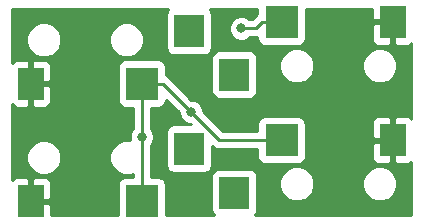
<source format=gbr>
G04 #@! TF.GenerationSoftware,KiCad,Pcbnew,(5.0.1)-rc2*
G04 #@! TF.CreationDate,2019-01-31T01:05:06-05:00*
G04 #@! TF.ProjectId,passive_buffer,706173736976655F6275666665722E6B,rev?*
G04 #@! TF.SameCoordinates,Original*
G04 #@! TF.FileFunction,Copper,L1,Top,Signal*
G04 #@! TF.FilePolarity,Positive*
%FSLAX46Y46*%
G04 Gerber Fmt 4.6, Leading zero omitted, Abs format (unit mm)*
G04 Created by KiCad (PCBNEW (5.0.1)-rc2) date 1/31/2019 1:05:06 AM*
%MOMM*%
%LPD*%
G01*
G04 APERTURE LIST*
G04 #@! TA.AperFunction,SMDPad,CuDef*
%ADD10R,2.600000X2.800000*%
G04 #@! TD*
G04 #@! TA.AperFunction,SMDPad,CuDef*
%ADD11R,2.800000X2.800000*%
G04 #@! TD*
G04 #@! TA.AperFunction,SMDPad,CuDef*
%ADD12R,2.200000X2.800000*%
G04 #@! TD*
G04 #@! TA.AperFunction,ViaPad*
%ADD13C,0.800000*%
G04 #@! TD*
G04 #@! TA.AperFunction,Conductor*
%ADD14C,0.250000*%
G04 #@! TD*
G04 #@! TA.AperFunction,Conductor*
%ADD15C,0.254000*%
G04 #@! TD*
G04 APERTURE END LIST*
D10*
G04 #@! TO.P,J4,TN*
G04 #@! TO.N,Net-(J4-PadTN)*
X146268800Y-83120800D03*
D11*
G04 #@! TO.P,J4,T*
G04 #@! TO.N,Net-(J1-PadT)*
X142268800Y-87570800D03*
D12*
G04 #@! TO.P,J4,S*
G04 #@! TO.N,GND*
X132868800Y-87570800D03*
G04 #@! TD*
G04 #@! TO.P,J3,S*
G04 #@! TO.N,GND*
X163498400Y-82406000D03*
D11*
G04 #@! TO.P,J3,T*
G04 #@! TO.N,Net-(J1-PadT)*
X154098400Y-82406000D03*
D10*
G04 #@! TO.P,J3,TN*
G04 #@! TO.N,Net-(J3-PadTN)*
X150098400Y-86856000D03*
G04 #@! TD*
G04 #@! TO.P,J2,TN*
G04 #@! TO.N,Net-(J2-PadTN)*
X146268800Y-73164000D03*
D11*
G04 #@! TO.P,J2,T*
G04 #@! TO.N,Net-(J1-PadT)*
X142268800Y-77614000D03*
D12*
G04 #@! TO.P,J2,S*
G04 #@! TO.N,GND*
X132868800Y-77614000D03*
G04 #@! TD*
G04 #@! TO.P,J1,S*
G04 #@! TO.N,GND*
X163498400Y-72398400D03*
D11*
G04 #@! TO.P,J1,T*
G04 #@! TO.N,Net-(J1-PadT)*
X154098400Y-72398400D03*
D10*
G04 #@! TO.P,J1,TN*
G04 #@! TO.N,Net-(J1-PadTN)*
X150098400Y-76848400D03*
G04 #@! TD*
D13*
G04 #@! TO.N,Net-(J1-PadT)*
X146420601Y-80010000D03*
X142268800Y-82143600D03*
X150672800Y-72948800D03*
G04 #@! TD*
D14*
G04 #@! TO.N,Net-(J1-PadT)*
X142268800Y-85920800D02*
X142268800Y-82143600D01*
X142268800Y-87570800D02*
X142268800Y-85920800D01*
X152448400Y-82406000D02*
X154098400Y-82406000D01*
X148816601Y-82406000D02*
X152448400Y-82406000D01*
X144024601Y-77614000D02*
X146420601Y-80010000D01*
X142268800Y-77614000D02*
X144024601Y-77614000D01*
X146420601Y-80010000D02*
X148816601Y-82406000D01*
X142268800Y-82143600D02*
X142268800Y-77614000D01*
X152448400Y-72398400D02*
X151898000Y-72948800D01*
X154098400Y-72398400D02*
X152448400Y-72398400D01*
X151898000Y-72948800D02*
X150672800Y-72948800D01*
X150672800Y-72948800D02*
X150672800Y-72948800D01*
G04 #@! TD*
D15*
G04 #@! TO.N,GND*
G36*
X144510991Y-71306191D02*
X144370643Y-71516235D01*
X144321360Y-71764000D01*
X144321360Y-74564000D01*
X144370643Y-74811765D01*
X144510991Y-75021809D01*
X144721035Y-75162157D01*
X144968800Y-75211440D01*
X147568800Y-75211440D01*
X147816565Y-75162157D01*
X148026609Y-75021809D01*
X148166957Y-74811765D01*
X148216240Y-74564000D01*
X148216240Y-71764000D01*
X148166957Y-71516235D01*
X148026609Y-71306191D01*
X148011657Y-71296200D01*
X152050960Y-71296200D01*
X152050960Y-71749917D01*
X151900471Y-71850471D01*
X151858071Y-71913927D01*
X151583199Y-72188800D01*
X151376511Y-72188800D01*
X151259080Y-72071369D01*
X150878674Y-71913800D01*
X150466926Y-71913800D01*
X150086520Y-72071369D01*
X149795369Y-72362520D01*
X149637800Y-72742926D01*
X149637800Y-73154674D01*
X149795369Y-73535080D01*
X150086520Y-73826231D01*
X150466926Y-73983800D01*
X150878674Y-73983800D01*
X151259080Y-73826231D01*
X151376511Y-73708800D01*
X151823153Y-73708800D01*
X151898000Y-73723688D01*
X151972847Y-73708800D01*
X151972852Y-73708800D01*
X152050960Y-73693263D01*
X152050960Y-73798400D01*
X152100243Y-74046165D01*
X152240591Y-74256209D01*
X152450635Y-74396557D01*
X152698400Y-74445840D01*
X155498400Y-74445840D01*
X155746165Y-74396557D01*
X155956209Y-74256209D01*
X156096557Y-74046165D01*
X156145840Y-73798400D01*
X156145840Y-72684150D01*
X161763400Y-72684150D01*
X161763400Y-73924710D01*
X161860073Y-74158099D01*
X162038702Y-74336727D01*
X162272091Y-74433400D01*
X163212650Y-74433400D01*
X163371400Y-74274650D01*
X163371400Y-72525400D01*
X161922150Y-72525400D01*
X161763400Y-72684150D01*
X156145840Y-72684150D01*
X156145840Y-71296200D01*
X161763400Y-71296200D01*
X161763400Y-72112650D01*
X161922150Y-72271400D01*
X163371400Y-72271400D01*
X163371400Y-72251400D01*
X163625400Y-72251400D01*
X163625400Y-72271400D01*
X163645400Y-72271400D01*
X163645400Y-72525400D01*
X163625400Y-72525400D01*
X163625400Y-74274650D01*
X163784150Y-74433400D01*
X164724709Y-74433400D01*
X164958098Y-74336727D01*
X165076201Y-74218625D01*
X165076200Y-80585775D01*
X164958098Y-80467673D01*
X164724709Y-80371000D01*
X163784150Y-80371000D01*
X163625400Y-80529750D01*
X163625400Y-82279000D01*
X163645400Y-82279000D01*
X163645400Y-82533000D01*
X163625400Y-82533000D01*
X163625400Y-84282250D01*
X163784150Y-84441000D01*
X164724709Y-84441000D01*
X164958098Y-84344327D01*
X165076200Y-84226225D01*
X165076200Y-88723800D01*
X151841257Y-88723800D01*
X151856209Y-88713809D01*
X151996557Y-88503765D01*
X152045840Y-88256000D01*
X152045840Y-85810615D01*
X153913400Y-85810615D01*
X153913400Y-86401385D01*
X154139478Y-86947185D01*
X154557215Y-87364922D01*
X155103015Y-87591000D01*
X155693785Y-87591000D01*
X156239585Y-87364922D01*
X156657322Y-86947185D01*
X156883400Y-86401385D01*
X156883400Y-85810615D01*
X160913400Y-85810615D01*
X160913400Y-86401385D01*
X161139478Y-86947185D01*
X161557215Y-87364922D01*
X162103015Y-87591000D01*
X162693785Y-87591000D01*
X163239585Y-87364922D01*
X163657322Y-86947185D01*
X163883400Y-86401385D01*
X163883400Y-85810615D01*
X163657322Y-85264815D01*
X163239585Y-84847078D01*
X162693785Y-84621000D01*
X162103015Y-84621000D01*
X161557215Y-84847078D01*
X161139478Y-85264815D01*
X160913400Y-85810615D01*
X156883400Y-85810615D01*
X156657322Y-85264815D01*
X156239585Y-84847078D01*
X155693785Y-84621000D01*
X155103015Y-84621000D01*
X154557215Y-84847078D01*
X154139478Y-85264815D01*
X153913400Y-85810615D01*
X152045840Y-85810615D01*
X152045840Y-85456000D01*
X151996557Y-85208235D01*
X151856209Y-84998191D01*
X151646165Y-84857843D01*
X151398400Y-84808560D01*
X148798400Y-84808560D01*
X148550635Y-84857843D01*
X148340591Y-84998191D01*
X148200243Y-85208235D01*
X148150960Y-85456000D01*
X148150960Y-88256000D01*
X148200243Y-88503765D01*
X148340591Y-88713809D01*
X148355543Y-88723800D01*
X144316240Y-88723800D01*
X144316240Y-86170800D01*
X144266957Y-85923035D01*
X144126609Y-85712991D01*
X143916565Y-85572643D01*
X143668800Y-85523360D01*
X143028800Y-85523360D01*
X143028800Y-82847311D01*
X143146231Y-82729880D01*
X143303800Y-82349474D01*
X143303800Y-81937726D01*
X143146231Y-81557320D01*
X143028800Y-81439889D01*
X143028800Y-79661440D01*
X143668800Y-79661440D01*
X143916565Y-79612157D01*
X144126609Y-79471809D01*
X144266957Y-79261765D01*
X144316240Y-79014000D01*
X144316240Y-78980440D01*
X145385601Y-80049802D01*
X145385601Y-80215874D01*
X145543170Y-80596280D01*
X145834321Y-80887431D01*
X146214727Y-81045000D01*
X146380800Y-81045000D01*
X146409160Y-81073360D01*
X144968800Y-81073360D01*
X144721035Y-81122643D01*
X144510991Y-81262991D01*
X144370643Y-81473035D01*
X144321360Y-81720800D01*
X144321360Y-84520800D01*
X144370643Y-84768565D01*
X144510991Y-84978609D01*
X144721035Y-85118957D01*
X144968800Y-85168240D01*
X147568800Y-85168240D01*
X147816565Y-85118957D01*
X148026609Y-84978609D01*
X148166957Y-84768565D01*
X148216240Y-84520800D01*
X148216240Y-82880441D01*
X148226272Y-82890473D01*
X148268672Y-82953929D01*
X148332128Y-82996329D01*
X148520063Y-83121904D01*
X148568206Y-83131480D01*
X148741749Y-83166000D01*
X148741753Y-83166000D01*
X148816601Y-83180888D01*
X148891449Y-83166000D01*
X152050960Y-83166000D01*
X152050960Y-83806000D01*
X152100243Y-84053765D01*
X152240591Y-84263809D01*
X152450635Y-84404157D01*
X152698400Y-84453440D01*
X155498400Y-84453440D01*
X155746165Y-84404157D01*
X155956209Y-84263809D01*
X156096557Y-84053765D01*
X156145840Y-83806000D01*
X156145840Y-82691750D01*
X161763400Y-82691750D01*
X161763400Y-83932310D01*
X161860073Y-84165699D01*
X162038702Y-84344327D01*
X162272091Y-84441000D01*
X163212650Y-84441000D01*
X163371400Y-84282250D01*
X163371400Y-82533000D01*
X161922150Y-82533000D01*
X161763400Y-82691750D01*
X156145840Y-82691750D01*
X156145840Y-81006000D01*
X156120716Y-80879690D01*
X161763400Y-80879690D01*
X161763400Y-82120250D01*
X161922150Y-82279000D01*
X163371400Y-82279000D01*
X163371400Y-80529750D01*
X163212650Y-80371000D01*
X162272091Y-80371000D01*
X162038702Y-80467673D01*
X161860073Y-80646301D01*
X161763400Y-80879690D01*
X156120716Y-80879690D01*
X156096557Y-80758235D01*
X155956209Y-80548191D01*
X155746165Y-80407843D01*
X155498400Y-80358560D01*
X152698400Y-80358560D01*
X152450635Y-80407843D01*
X152240591Y-80548191D01*
X152100243Y-80758235D01*
X152050960Y-81006000D01*
X152050960Y-81646000D01*
X149131403Y-81646000D01*
X147455601Y-79970199D01*
X147455601Y-79804126D01*
X147298032Y-79423720D01*
X147006881Y-79132569D01*
X146626475Y-78975000D01*
X146460403Y-78975000D01*
X144614932Y-77129530D01*
X144572530Y-77066071D01*
X144321138Y-76898096D01*
X144316240Y-76897122D01*
X144316240Y-76214000D01*
X144266957Y-75966235D01*
X144126609Y-75756191D01*
X143916565Y-75615843D01*
X143668800Y-75566560D01*
X140868800Y-75566560D01*
X140621035Y-75615843D01*
X140410991Y-75756191D01*
X140270643Y-75966235D01*
X140221360Y-76214000D01*
X140221360Y-79014000D01*
X140270643Y-79261765D01*
X140410991Y-79471809D01*
X140621035Y-79612157D01*
X140868800Y-79661440D01*
X141508801Y-79661440D01*
X141508800Y-81439889D01*
X141391369Y-81557320D01*
X141233800Y-81937726D01*
X141233800Y-82349474D01*
X141248847Y-82385800D01*
X140673415Y-82385800D01*
X140127615Y-82611878D01*
X139709878Y-83029615D01*
X139483800Y-83575415D01*
X139483800Y-84166185D01*
X139709878Y-84711985D01*
X140127615Y-85129722D01*
X140673415Y-85355800D01*
X141264185Y-85355800D01*
X141508800Y-85254477D01*
X141508800Y-85523360D01*
X140868800Y-85523360D01*
X140621035Y-85572643D01*
X140410991Y-85712991D01*
X140270643Y-85923035D01*
X140221360Y-86170800D01*
X140221360Y-88723800D01*
X134603800Y-88723800D01*
X134603800Y-87856550D01*
X134445050Y-87697800D01*
X132995800Y-87697800D01*
X132995800Y-87717800D01*
X132741800Y-87717800D01*
X132741800Y-87697800D01*
X132721800Y-87697800D01*
X132721800Y-87443800D01*
X132741800Y-87443800D01*
X132741800Y-85694550D01*
X132995800Y-85694550D01*
X132995800Y-87443800D01*
X134445050Y-87443800D01*
X134603800Y-87285050D01*
X134603800Y-86044490D01*
X134507127Y-85811101D01*
X134328498Y-85632473D01*
X134095109Y-85535800D01*
X133154550Y-85535800D01*
X132995800Y-85694550D01*
X132741800Y-85694550D01*
X132583050Y-85535800D01*
X131642491Y-85535800D01*
X131409102Y-85632473D01*
X131240200Y-85801374D01*
X131240200Y-83575415D01*
X132483800Y-83575415D01*
X132483800Y-84166185D01*
X132709878Y-84711985D01*
X133127615Y-85129722D01*
X133673415Y-85355800D01*
X134264185Y-85355800D01*
X134809985Y-85129722D01*
X135227722Y-84711985D01*
X135453800Y-84166185D01*
X135453800Y-83575415D01*
X135227722Y-83029615D01*
X134809985Y-82611878D01*
X134264185Y-82385800D01*
X133673415Y-82385800D01*
X133127615Y-82611878D01*
X132709878Y-83029615D01*
X132483800Y-83575415D01*
X131240200Y-83575415D01*
X131240200Y-79383426D01*
X131409102Y-79552327D01*
X131642491Y-79649000D01*
X132583050Y-79649000D01*
X132741800Y-79490250D01*
X132741800Y-77741000D01*
X132995800Y-77741000D01*
X132995800Y-79490250D01*
X133154550Y-79649000D01*
X134095109Y-79649000D01*
X134328498Y-79552327D01*
X134507127Y-79373699D01*
X134603800Y-79140310D01*
X134603800Y-77899750D01*
X134445050Y-77741000D01*
X132995800Y-77741000D01*
X132741800Y-77741000D01*
X132721800Y-77741000D01*
X132721800Y-77487000D01*
X132741800Y-77487000D01*
X132741800Y-75737750D01*
X132995800Y-75737750D01*
X132995800Y-77487000D01*
X134445050Y-77487000D01*
X134603800Y-77328250D01*
X134603800Y-76087690D01*
X134507127Y-75854301D01*
X134328498Y-75675673D01*
X134095109Y-75579000D01*
X133154550Y-75579000D01*
X132995800Y-75737750D01*
X132741800Y-75737750D01*
X132583050Y-75579000D01*
X131642491Y-75579000D01*
X131409102Y-75675673D01*
X131240200Y-75844574D01*
X131240200Y-75448400D01*
X148150960Y-75448400D01*
X148150960Y-78248400D01*
X148200243Y-78496165D01*
X148340591Y-78706209D01*
X148550635Y-78846557D01*
X148798400Y-78895840D01*
X151398400Y-78895840D01*
X151646165Y-78846557D01*
X151856209Y-78706209D01*
X151996557Y-78496165D01*
X152045840Y-78248400D01*
X152045840Y-75803015D01*
X153913400Y-75803015D01*
X153913400Y-76393785D01*
X154139478Y-76939585D01*
X154557215Y-77357322D01*
X155103015Y-77583400D01*
X155693785Y-77583400D01*
X156239585Y-77357322D01*
X156657322Y-76939585D01*
X156883400Y-76393785D01*
X156883400Y-75803015D01*
X160913400Y-75803015D01*
X160913400Y-76393785D01*
X161139478Y-76939585D01*
X161557215Y-77357322D01*
X162103015Y-77583400D01*
X162693785Y-77583400D01*
X163239585Y-77357322D01*
X163657322Y-76939585D01*
X163883400Y-76393785D01*
X163883400Y-75803015D01*
X163657322Y-75257215D01*
X163239585Y-74839478D01*
X162693785Y-74613400D01*
X162103015Y-74613400D01*
X161557215Y-74839478D01*
X161139478Y-75257215D01*
X160913400Y-75803015D01*
X156883400Y-75803015D01*
X156657322Y-75257215D01*
X156239585Y-74839478D01*
X155693785Y-74613400D01*
X155103015Y-74613400D01*
X154557215Y-74839478D01*
X154139478Y-75257215D01*
X153913400Y-75803015D01*
X152045840Y-75803015D01*
X152045840Y-75448400D01*
X151996557Y-75200635D01*
X151856209Y-74990591D01*
X151646165Y-74850243D01*
X151398400Y-74800960D01*
X148798400Y-74800960D01*
X148550635Y-74850243D01*
X148340591Y-74990591D01*
X148200243Y-75200635D01*
X148150960Y-75448400D01*
X131240200Y-75448400D01*
X131240200Y-73618615D01*
X132483800Y-73618615D01*
X132483800Y-74209385D01*
X132709878Y-74755185D01*
X133127615Y-75172922D01*
X133673415Y-75399000D01*
X134264185Y-75399000D01*
X134809985Y-75172922D01*
X135227722Y-74755185D01*
X135453800Y-74209385D01*
X135453800Y-73618615D01*
X139483800Y-73618615D01*
X139483800Y-74209385D01*
X139709878Y-74755185D01*
X140127615Y-75172922D01*
X140673415Y-75399000D01*
X141264185Y-75399000D01*
X141809985Y-75172922D01*
X142227722Y-74755185D01*
X142453800Y-74209385D01*
X142453800Y-73618615D01*
X142227722Y-73072815D01*
X141809985Y-72655078D01*
X141264185Y-72429000D01*
X140673415Y-72429000D01*
X140127615Y-72655078D01*
X139709878Y-73072815D01*
X139483800Y-73618615D01*
X135453800Y-73618615D01*
X135227722Y-73072815D01*
X134809985Y-72655078D01*
X134264185Y-72429000D01*
X133673415Y-72429000D01*
X133127615Y-72655078D01*
X132709878Y-73072815D01*
X132483800Y-73618615D01*
X131240200Y-73618615D01*
X131240200Y-71296200D01*
X144525943Y-71296200D01*
X144510991Y-71306191D01*
X144510991Y-71306191D01*
G37*
X144510991Y-71306191D02*
X144370643Y-71516235D01*
X144321360Y-71764000D01*
X144321360Y-74564000D01*
X144370643Y-74811765D01*
X144510991Y-75021809D01*
X144721035Y-75162157D01*
X144968800Y-75211440D01*
X147568800Y-75211440D01*
X147816565Y-75162157D01*
X148026609Y-75021809D01*
X148166957Y-74811765D01*
X148216240Y-74564000D01*
X148216240Y-71764000D01*
X148166957Y-71516235D01*
X148026609Y-71306191D01*
X148011657Y-71296200D01*
X152050960Y-71296200D01*
X152050960Y-71749917D01*
X151900471Y-71850471D01*
X151858071Y-71913927D01*
X151583199Y-72188800D01*
X151376511Y-72188800D01*
X151259080Y-72071369D01*
X150878674Y-71913800D01*
X150466926Y-71913800D01*
X150086520Y-72071369D01*
X149795369Y-72362520D01*
X149637800Y-72742926D01*
X149637800Y-73154674D01*
X149795369Y-73535080D01*
X150086520Y-73826231D01*
X150466926Y-73983800D01*
X150878674Y-73983800D01*
X151259080Y-73826231D01*
X151376511Y-73708800D01*
X151823153Y-73708800D01*
X151898000Y-73723688D01*
X151972847Y-73708800D01*
X151972852Y-73708800D01*
X152050960Y-73693263D01*
X152050960Y-73798400D01*
X152100243Y-74046165D01*
X152240591Y-74256209D01*
X152450635Y-74396557D01*
X152698400Y-74445840D01*
X155498400Y-74445840D01*
X155746165Y-74396557D01*
X155956209Y-74256209D01*
X156096557Y-74046165D01*
X156145840Y-73798400D01*
X156145840Y-72684150D01*
X161763400Y-72684150D01*
X161763400Y-73924710D01*
X161860073Y-74158099D01*
X162038702Y-74336727D01*
X162272091Y-74433400D01*
X163212650Y-74433400D01*
X163371400Y-74274650D01*
X163371400Y-72525400D01*
X161922150Y-72525400D01*
X161763400Y-72684150D01*
X156145840Y-72684150D01*
X156145840Y-71296200D01*
X161763400Y-71296200D01*
X161763400Y-72112650D01*
X161922150Y-72271400D01*
X163371400Y-72271400D01*
X163371400Y-72251400D01*
X163625400Y-72251400D01*
X163625400Y-72271400D01*
X163645400Y-72271400D01*
X163645400Y-72525400D01*
X163625400Y-72525400D01*
X163625400Y-74274650D01*
X163784150Y-74433400D01*
X164724709Y-74433400D01*
X164958098Y-74336727D01*
X165076201Y-74218625D01*
X165076200Y-80585775D01*
X164958098Y-80467673D01*
X164724709Y-80371000D01*
X163784150Y-80371000D01*
X163625400Y-80529750D01*
X163625400Y-82279000D01*
X163645400Y-82279000D01*
X163645400Y-82533000D01*
X163625400Y-82533000D01*
X163625400Y-84282250D01*
X163784150Y-84441000D01*
X164724709Y-84441000D01*
X164958098Y-84344327D01*
X165076200Y-84226225D01*
X165076200Y-88723800D01*
X151841257Y-88723800D01*
X151856209Y-88713809D01*
X151996557Y-88503765D01*
X152045840Y-88256000D01*
X152045840Y-85810615D01*
X153913400Y-85810615D01*
X153913400Y-86401385D01*
X154139478Y-86947185D01*
X154557215Y-87364922D01*
X155103015Y-87591000D01*
X155693785Y-87591000D01*
X156239585Y-87364922D01*
X156657322Y-86947185D01*
X156883400Y-86401385D01*
X156883400Y-85810615D01*
X160913400Y-85810615D01*
X160913400Y-86401385D01*
X161139478Y-86947185D01*
X161557215Y-87364922D01*
X162103015Y-87591000D01*
X162693785Y-87591000D01*
X163239585Y-87364922D01*
X163657322Y-86947185D01*
X163883400Y-86401385D01*
X163883400Y-85810615D01*
X163657322Y-85264815D01*
X163239585Y-84847078D01*
X162693785Y-84621000D01*
X162103015Y-84621000D01*
X161557215Y-84847078D01*
X161139478Y-85264815D01*
X160913400Y-85810615D01*
X156883400Y-85810615D01*
X156657322Y-85264815D01*
X156239585Y-84847078D01*
X155693785Y-84621000D01*
X155103015Y-84621000D01*
X154557215Y-84847078D01*
X154139478Y-85264815D01*
X153913400Y-85810615D01*
X152045840Y-85810615D01*
X152045840Y-85456000D01*
X151996557Y-85208235D01*
X151856209Y-84998191D01*
X151646165Y-84857843D01*
X151398400Y-84808560D01*
X148798400Y-84808560D01*
X148550635Y-84857843D01*
X148340591Y-84998191D01*
X148200243Y-85208235D01*
X148150960Y-85456000D01*
X148150960Y-88256000D01*
X148200243Y-88503765D01*
X148340591Y-88713809D01*
X148355543Y-88723800D01*
X144316240Y-88723800D01*
X144316240Y-86170800D01*
X144266957Y-85923035D01*
X144126609Y-85712991D01*
X143916565Y-85572643D01*
X143668800Y-85523360D01*
X143028800Y-85523360D01*
X143028800Y-82847311D01*
X143146231Y-82729880D01*
X143303800Y-82349474D01*
X143303800Y-81937726D01*
X143146231Y-81557320D01*
X143028800Y-81439889D01*
X143028800Y-79661440D01*
X143668800Y-79661440D01*
X143916565Y-79612157D01*
X144126609Y-79471809D01*
X144266957Y-79261765D01*
X144316240Y-79014000D01*
X144316240Y-78980440D01*
X145385601Y-80049802D01*
X145385601Y-80215874D01*
X145543170Y-80596280D01*
X145834321Y-80887431D01*
X146214727Y-81045000D01*
X146380800Y-81045000D01*
X146409160Y-81073360D01*
X144968800Y-81073360D01*
X144721035Y-81122643D01*
X144510991Y-81262991D01*
X144370643Y-81473035D01*
X144321360Y-81720800D01*
X144321360Y-84520800D01*
X144370643Y-84768565D01*
X144510991Y-84978609D01*
X144721035Y-85118957D01*
X144968800Y-85168240D01*
X147568800Y-85168240D01*
X147816565Y-85118957D01*
X148026609Y-84978609D01*
X148166957Y-84768565D01*
X148216240Y-84520800D01*
X148216240Y-82880441D01*
X148226272Y-82890473D01*
X148268672Y-82953929D01*
X148332128Y-82996329D01*
X148520063Y-83121904D01*
X148568206Y-83131480D01*
X148741749Y-83166000D01*
X148741753Y-83166000D01*
X148816601Y-83180888D01*
X148891449Y-83166000D01*
X152050960Y-83166000D01*
X152050960Y-83806000D01*
X152100243Y-84053765D01*
X152240591Y-84263809D01*
X152450635Y-84404157D01*
X152698400Y-84453440D01*
X155498400Y-84453440D01*
X155746165Y-84404157D01*
X155956209Y-84263809D01*
X156096557Y-84053765D01*
X156145840Y-83806000D01*
X156145840Y-82691750D01*
X161763400Y-82691750D01*
X161763400Y-83932310D01*
X161860073Y-84165699D01*
X162038702Y-84344327D01*
X162272091Y-84441000D01*
X163212650Y-84441000D01*
X163371400Y-84282250D01*
X163371400Y-82533000D01*
X161922150Y-82533000D01*
X161763400Y-82691750D01*
X156145840Y-82691750D01*
X156145840Y-81006000D01*
X156120716Y-80879690D01*
X161763400Y-80879690D01*
X161763400Y-82120250D01*
X161922150Y-82279000D01*
X163371400Y-82279000D01*
X163371400Y-80529750D01*
X163212650Y-80371000D01*
X162272091Y-80371000D01*
X162038702Y-80467673D01*
X161860073Y-80646301D01*
X161763400Y-80879690D01*
X156120716Y-80879690D01*
X156096557Y-80758235D01*
X155956209Y-80548191D01*
X155746165Y-80407843D01*
X155498400Y-80358560D01*
X152698400Y-80358560D01*
X152450635Y-80407843D01*
X152240591Y-80548191D01*
X152100243Y-80758235D01*
X152050960Y-81006000D01*
X152050960Y-81646000D01*
X149131403Y-81646000D01*
X147455601Y-79970199D01*
X147455601Y-79804126D01*
X147298032Y-79423720D01*
X147006881Y-79132569D01*
X146626475Y-78975000D01*
X146460403Y-78975000D01*
X144614932Y-77129530D01*
X144572530Y-77066071D01*
X144321138Y-76898096D01*
X144316240Y-76897122D01*
X144316240Y-76214000D01*
X144266957Y-75966235D01*
X144126609Y-75756191D01*
X143916565Y-75615843D01*
X143668800Y-75566560D01*
X140868800Y-75566560D01*
X140621035Y-75615843D01*
X140410991Y-75756191D01*
X140270643Y-75966235D01*
X140221360Y-76214000D01*
X140221360Y-79014000D01*
X140270643Y-79261765D01*
X140410991Y-79471809D01*
X140621035Y-79612157D01*
X140868800Y-79661440D01*
X141508801Y-79661440D01*
X141508800Y-81439889D01*
X141391369Y-81557320D01*
X141233800Y-81937726D01*
X141233800Y-82349474D01*
X141248847Y-82385800D01*
X140673415Y-82385800D01*
X140127615Y-82611878D01*
X139709878Y-83029615D01*
X139483800Y-83575415D01*
X139483800Y-84166185D01*
X139709878Y-84711985D01*
X140127615Y-85129722D01*
X140673415Y-85355800D01*
X141264185Y-85355800D01*
X141508800Y-85254477D01*
X141508800Y-85523360D01*
X140868800Y-85523360D01*
X140621035Y-85572643D01*
X140410991Y-85712991D01*
X140270643Y-85923035D01*
X140221360Y-86170800D01*
X140221360Y-88723800D01*
X134603800Y-88723800D01*
X134603800Y-87856550D01*
X134445050Y-87697800D01*
X132995800Y-87697800D01*
X132995800Y-87717800D01*
X132741800Y-87717800D01*
X132741800Y-87697800D01*
X132721800Y-87697800D01*
X132721800Y-87443800D01*
X132741800Y-87443800D01*
X132741800Y-85694550D01*
X132995800Y-85694550D01*
X132995800Y-87443800D01*
X134445050Y-87443800D01*
X134603800Y-87285050D01*
X134603800Y-86044490D01*
X134507127Y-85811101D01*
X134328498Y-85632473D01*
X134095109Y-85535800D01*
X133154550Y-85535800D01*
X132995800Y-85694550D01*
X132741800Y-85694550D01*
X132583050Y-85535800D01*
X131642491Y-85535800D01*
X131409102Y-85632473D01*
X131240200Y-85801374D01*
X131240200Y-83575415D01*
X132483800Y-83575415D01*
X132483800Y-84166185D01*
X132709878Y-84711985D01*
X133127615Y-85129722D01*
X133673415Y-85355800D01*
X134264185Y-85355800D01*
X134809985Y-85129722D01*
X135227722Y-84711985D01*
X135453800Y-84166185D01*
X135453800Y-83575415D01*
X135227722Y-83029615D01*
X134809985Y-82611878D01*
X134264185Y-82385800D01*
X133673415Y-82385800D01*
X133127615Y-82611878D01*
X132709878Y-83029615D01*
X132483800Y-83575415D01*
X131240200Y-83575415D01*
X131240200Y-79383426D01*
X131409102Y-79552327D01*
X131642491Y-79649000D01*
X132583050Y-79649000D01*
X132741800Y-79490250D01*
X132741800Y-77741000D01*
X132995800Y-77741000D01*
X132995800Y-79490250D01*
X133154550Y-79649000D01*
X134095109Y-79649000D01*
X134328498Y-79552327D01*
X134507127Y-79373699D01*
X134603800Y-79140310D01*
X134603800Y-77899750D01*
X134445050Y-77741000D01*
X132995800Y-77741000D01*
X132741800Y-77741000D01*
X132721800Y-77741000D01*
X132721800Y-77487000D01*
X132741800Y-77487000D01*
X132741800Y-75737750D01*
X132995800Y-75737750D01*
X132995800Y-77487000D01*
X134445050Y-77487000D01*
X134603800Y-77328250D01*
X134603800Y-76087690D01*
X134507127Y-75854301D01*
X134328498Y-75675673D01*
X134095109Y-75579000D01*
X133154550Y-75579000D01*
X132995800Y-75737750D01*
X132741800Y-75737750D01*
X132583050Y-75579000D01*
X131642491Y-75579000D01*
X131409102Y-75675673D01*
X131240200Y-75844574D01*
X131240200Y-75448400D01*
X148150960Y-75448400D01*
X148150960Y-78248400D01*
X148200243Y-78496165D01*
X148340591Y-78706209D01*
X148550635Y-78846557D01*
X148798400Y-78895840D01*
X151398400Y-78895840D01*
X151646165Y-78846557D01*
X151856209Y-78706209D01*
X151996557Y-78496165D01*
X152045840Y-78248400D01*
X152045840Y-75803015D01*
X153913400Y-75803015D01*
X153913400Y-76393785D01*
X154139478Y-76939585D01*
X154557215Y-77357322D01*
X155103015Y-77583400D01*
X155693785Y-77583400D01*
X156239585Y-77357322D01*
X156657322Y-76939585D01*
X156883400Y-76393785D01*
X156883400Y-75803015D01*
X160913400Y-75803015D01*
X160913400Y-76393785D01*
X161139478Y-76939585D01*
X161557215Y-77357322D01*
X162103015Y-77583400D01*
X162693785Y-77583400D01*
X163239585Y-77357322D01*
X163657322Y-76939585D01*
X163883400Y-76393785D01*
X163883400Y-75803015D01*
X163657322Y-75257215D01*
X163239585Y-74839478D01*
X162693785Y-74613400D01*
X162103015Y-74613400D01*
X161557215Y-74839478D01*
X161139478Y-75257215D01*
X160913400Y-75803015D01*
X156883400Y-75803015D01*
X156657322Y-75257215D01*
X156239585Y-74839478D01*
X155693785Y-74613400D01*
X155103015Y-74613400D01*
X154557215Y-74839478D01*
X154139478Y-75257215D01*
X153913400Y-75803015D01*
X152045840Y-75803015D01*
X152045840Y-75448400D01*
X151996557Y-75200635D01*
X151856209Y-74990591D01*
X151646165Y-74850243D01*
X151398400Y-74800960D01*
X148798400Y-74800960D01*
X148550635Y-74850243D01*
X148340591Y-74990591D01*
X148200243Y-75200635D01*
X148150960Y-75448400D01*
X131240200Y-75448400D01*
X131240200Y-73618615D01*
X132483800Y-73618615D01*
X132483800Y-74209385D01*
X132709878Y-74755185D01*
X133127615Y-75172922D01*
X133673415Y-75399000D01*
X134264185Y-75399000D01*
X134809985Y-75172922D01*
X135227722Y-74755185D01*
X135453800Y-74209385D01*
X135453800Y-73618615D01*
X139483800Y-73618615D01*
X139483800Y-74209385D01*
X139709878Y-74755185D01*
X140127615Y-75172922D01*
X140673415Y-75399000D01*
X141264185Y-75399000D01*
X141809985Y-75172922D01*
X142227722Y-74755185D01*
X142453800Y-74209385D01*
X142453800Y-73618615D01*
X142227722Y-73072815D01*
X141809985Y-72655078D01*
X141264185Y-72429000D01*
X140673415Y-72429000D01*
X140127615Y-72655078D01*
X139709878Y-73072815D01*
X139483800Y-73618615D01*
X135453800Y-73618615D01*
X135227722Y-73072815D01*
X134809985Y-72655078D01*
X134264185Y-72429000D01*
X133673415Y-72429000D01*
X133127615Y-72655078D01*
X132709878Y-73072815D01*
X132483800Y-73618615D01*
X131240200Y-73618615D01*
X131240200Y-71296200D01*
X144525943Y-71296200D01*
X144510991Y-71306191D01*
G04 #@! TD*
M02*

</source>
